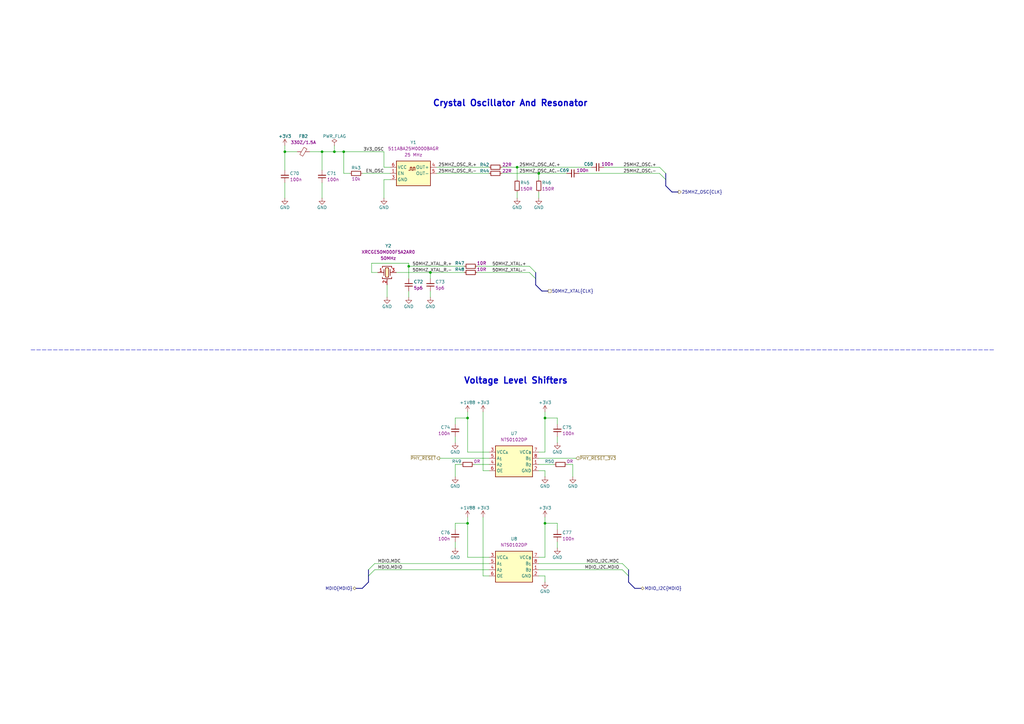
<source format=kicad_sch>
(kicad_sch (version 20250114) (generator "eeschema") (generator_version "9.0")
  (paper "A3")
  (title_block (title "10GbE Expansion") (date "2025-11-07") (rev "1.0.0") (company "Antmicro Ltd") (comment 1 "www.antmicro.com"))
  (lib_symbols
    (symbol "antmicroCapacitors0402:C_100n_16V_X7R_0402" (pin_numbers (hide yes)) (pin_names (hide yes))
      (property "Reference" "C" (at 15.24 -5.08 0))
      (property "Val" "100n" (at 15.24 -7.62 0))
      (symbol "C_100n_16V_X7R_0402_0_1"
        (polyline (pts (xy 2.032 -1.524) (xy 2.032 1.524)) (stroke (width 0.3048)))
        (polyline (pts (xy 3.048 -1.524) (xy 3.048 1.524)) (stroke (width 0.3302)))
      )
      (symbol "C_100n_16V_X7R_0402_1_1"
        (pin passive line (at 0 0 0) (length 2.032) (name "~") (number "1"))
        (pin passive line (at 5.08 0 180) (length 2.032) (name "~") (number "2"))
      )
    )
    (symbol "antmicroCapacitors0402:C_5p6_0402" (pin_numbers (hide yes)) (pin_names (hide yes))
      (property "Reference" "C" (at 20.32 -5.08 0))
      (property "Val" "5p6" (at 20.32 -7.62 0))
      (symbol "C_5p6_0402_0_1"
        (polyline (pts (xy 2.032 -1.524) (xy 2.032 1.524)) (stroke (width 0.3048)))
        (polyline (pts (xy 3.048 -1.524) (xy 3.048 1.524)) (stroke (width 0.3302)))
      )
      (symbol "C_5p6_0402_1_1"
        (pin passive line (at 0 0 0) (length 2.032) (name "~") (number "1"))
        (pin passive line (at 5.08 0 180) (length 2.032) (name "~") (number "2"))
      )
    )
    (symbol "antmicroFerriteBeadsandChips:FB_330Z_1.5A_Murata-BLM21PG_0805" (pin_numbers (hide yes)) (pin_names (hide yes))
      (property "Reference" "FB" (at 13.97 0 0))
      (property "Val" "330Z/1.5A" (at 13.97 -5.08 0))
      (symbol "FB_330Z_1.5A_Murata-BLM21PG_0805_0_1"
        (polyline (pts (xy 1.651 0) (xy 1.2446 0)))
        (polyline (pts (xy 2.2606 -1.8288) (xy 1.0414 -1.1176) (xy 2.7432 1.8288) (xy 3.9624 1.1176) (xy 2.2606 -1.8288)))
        (polyline (pts (xy 3.81 0) (xy 3.3274 0)))
      )
      (symbol "FB_330Z_1.5A_Murata-BLM21PG_0805_1_1"
        (pin passive line (at 0 0 0) (length 1.27) (name "~") (number "1"))
        (pin passive line (at 5.08 0 180) (length 1.27) (name "~") (number "2"))
      )
    )
    (symbol "antmicroLogicTranslatorsLevelShifters:NTS0102_TSSOP"
      (property "Reference" "U" (at 35.56 -3.81 0))
      (property "MPN" "NTS0102DP" (at 35.56 -13.97 0))
      (symbol "NTS0102_TSSOP_1_1"
        (rectangle (start 2.54 2.54) (end 17.78 -10.16) (stroke (width 0.254)) (fill (type background)))
        (pin power_in line (at 0 0 0) (length 2.54) (name "VCC_{A}") (number "3"))
        (pin bidirectional line (at 0 -2.54 0) (length 2.54) (name "A_{1}") (number "5"))
        (pin bidirectional line (at 0 -5.08 0) (length 2.54) (name "A_{2}") (number "4"))
        (pin input line (at 0 -7.62 0) (length 2.54) (name "OE") (number "6"))
        (pin power_in line (at 20.32 0 180) (length 2.54) (name "VCC_{B}") (number "7"))
        (pin bidirectional line (at 20.32 -2.54 180) (length 2.54) (name "B_{1}") (number "8"))
        (pin bidirectional line (at 20.32 -5.08 180) (length 2.54) (name "B_{2}") (number "1"))
        (pin power_in line (at 20.32 -7.62 180) (length 2.54) (name "GND") (number "2"))
      )
    )
    (symbol "antmicroOscillators:Oscillator_25MHz_511ABA25M0000BAGR"
      (property "Reference" "Y" (at 28.575 -1.905 0))
      (property "MPN" "511ABA25M0000BAGR" (at 28.575 -6.985 0))
      (property "Val" "25 MHz" (at 28.575 -9.525 0))
      (symbol "Oscillator_25MHz_511ABA25M0000BAGR_1_1"
        (rectangle (start 2.54 2.54) (end 16.51 -7.62) (stroke (width 0.254)) (fill (type background)))
        (polyline (pts (xy 7.62 -1.27) (xy 8.255 -1.27) (xy 8.255 0) (xy 8.89 0) (xy 8.89 -1.27) (xy 9.525 -1.27) (xy 9.525 0) (xy 10.16 0) (xy 10.16 -1.27)) (stroke (width 0.254)) (fill (type background)))
        (pin power_in line (at 0 0 0) (length 2.54) (name "VCC") (number "6"))
        (pin input line (at 0 -2.54 0) (length 2.54) (name "EN") (number "1"))
        (pin power_in line (at 0 -5.08 0) (length 2.54) (name "GND") (number "3"))
        (pin no_connect line (at 16.51 -5.08 180) (length 2.54) (hide yes) (name "NC") (number "2"))
        (pin output line (at 19.05 0 180) (length 2.54) (name "OUT+") (number "4"))
        (pin output line (at 19.05 -2.54 180) (length 2.54) (name "OUT-") (number "5"))
      )
    )
    (symbol "antmicroResistors0402:R_0R_0402" (pin_numbers (hide yes)) (pin_names (hide yes))
      (property "Reference" "R" (at 20.32 -5.08 0))
      (property "Val" "0R" (at 20.32 -7.62 0))
      (symbol "R_0R_0402_0_1"
        (rectangle (start 0.635 0.889) (end 4.445 -0.889) (stroke (width 0.254)))
      )
      (symbol "R_0R_0402_1_1"
        (pin passive line (at 0 0 0) (length 0.635) (name "~") (number "1"))
        (pin passive line (at 5.08 0 180) (length 0.635) (name "~") (number "2"))
      )
    )
    (symbol "antmicroResistors0402:R_10R_0402" (pin_numbers (hide yes)) (pin_names (hide yes))
      (property "Reference" "R" (at 20.32 -5.08 0))
      (property "Val" "10R" (at 20.32 -7.62 0))
      (symbol "R_10R_0402_0_1"
        (rectangle (start 0.635 0.889) (end 4.445 -0.889) (stroke (width 0.254)))
      )
      (symbol "R_10R_0402_1_1"
        (pin passive line (at 0 0 0) (length 0.635) (name "~") (number "1"))
        (pin passive line (at 5.08 0 180) (length 0.635) (name "~") (number "2"))
      )
    )
    (symbol "antmicroResistors0402:R_10k_0402" (pin_numbers (hide yes)) (pin_names (hide yes))
      (property "Reference" "R" (at 20.32 -5.08 0))
      (property "Val" "10k" (at 20.32 -7.62 0))
      (symbol "R_10k_0402_0_1"
        (rectangle (start 0.635 0.889) (end 4.445 -0.889) (stroke (width 0.254)))
      )
      (symbol "R_10k_0402_1_1"
        (pin passive line (at 0 0 0) (length 0.635) (name "~") (number "1"))
        (pin passive line (at 5.08 0 180) (length 0.635) (name "~") (number "2"))
      )
    )
    (symbol "antmicroResistors0402:R_150R_0402" (pin_numbers (hide yes)) (pin_names (hide yes))
      (property "Reference" "R" (at 20.32 -5.08 0))
      (property "Val" "150R" (at 20.32 -7.62 0))
      (symbol "R_150R_0402_0_1"
        (rectangle (start 0.635 0.889) (end 4.445 -0.889) (stroke (width 0.254)))
      )
      (symbol "R_150R_0402_1_1"
        (pin passive line (at 0 0 0) (length 0.635) (name "~") (number "1"))
        (pin passive line (at 5.08 0 180) (length 0.635) (name "~") (number "2"))
      )
    )
    (symbol "antmicroResistors0402:R_22R_0402" (pin_numbers (hide yes)) (pin_names (hide yes))
      (property "Reference" "R" (at 20.32 -5.08 0))
      (property "Val" "22R" (at 20.32 -7.62 0))
      (symbol "R_22R_0402_0_1"
        (rectangle (start 0.635 0.889) (end 4.445 -0.889) (stroke (width 0.254)))
      )
      (symbol "R_22R_0402_1_1"
        (pin passive line (at 0 0 0) (length 0.635) (name "~") (number "1"))
        (pin passive line (at 5.08 0 180) (length 0.635) (name "~") (number "2"))
      )
    )
    (symbol "antmicroResonators:Resonator_50MHz_XRCGE" (pin_names (hide yes))
      (property "Reference" "Y" (at 22.86 -2.54 0))
      (property "MPN" "XRCGE50M000F5A2AR0" (at 22.86 -22.86 0))
      (property "Val" "50MHz" (at 22.86 -5.08 0))
      (symbol "Resonator_50MHz_XRCGE_1_1"
        (polyline (pts (xy 1.905 1.905) (xy 1.905 2.54) (xy 5.715 2.54) (xy 5.715 1.905)) (stroke (width 0.254)))
        (polyline (pts (xy 1.905 -1.905) (xy 1.905 -2.54) (xy 5.715 -2.54) (xy 5.715 -1.905)) (stroke (width 0.254)))
        (polyline (pts (xy 2.54 1.27) (xy 2.54 -1.27)) (stroke (width 0.254)) (fill (type background)))
        (rectangle (start 3.175 1.905) (end 4.445 -1.905) (stroke (width 0.254)) (fill (type background)))
        (polyline (pts (xy 5.08 1.27) (xy 5.08 -1.27)) (stroke (width 0.254)) (fill (type background)))
        (pin passive line (at 0 0 0) (length 2.54) (name "~") (number "1"))
        (pin passive line (at 3.81 -5.08 90) (length 2.54) (name "SH") (number "2"))
        (pin passive line (at 3.81 -5.08 90) (length 2.54) (hide yes) (name "SH") (number "4"))
        (pin passive line (at 7.62 0 180) (length 2.54) (name "~") (number "3"))
      )
    )
    (symbol "antmicropower:+1V8" (power) (pin_numbers (hide yes)) (pin_names (hide yes))
      (property "Value" "+1V8" (at -3.175 2.54 0))
      (symbol "+1V8_1_1"
        (polyline (pts (xy -0.762 1.27) (xy 0 2.54)) (fill (type background)))
        (polyline (pts (xy 0 2.54) (xy 0.762 1.27)) (fill (type background)))
        (polyline (pts (xy 0 0) (xy 0 2.54)) (fill (type background)))
        (pin power_in line (at 0 0 90) (length 0) (hide yes) (name "+1V8") (number "1"))
      )
    )
    (symbol "antmicropower:+3V3" (power) (pin_numbers (hide yes)) (pin_names (hide yes))
      (property "Value" "+3V3" (at -3.175 2.54 0))
      (symbol "+3V3_0_1"
        (polyline (pts (xy 0 2.54) (xy -0.762 1.27)))
        (polyline (pts (xy 0 2.54) (xy 0.762 1.27)))
        (polyline (pts (xy 0 0) (xy 0 2.54)))
      )
      (symbol "+3V3_1_1"
        (pin power_in line (at 0 0 90) (length 0) (hide yes) (name "+3V3") (number "1"))
      )
    )
    (symbol "antmicropower:GND" (power) (pin_numbers (hide yes)) (pin_names (hide yes))
      (property "Value" "GND" (at 8.89 -5.08 0))
      (symbol "GND_1_1"
        (polyline (pts (xy 0 0) (xy 0 -1.27) (xy 1.27 -1.27) (xy 0 -2.54) (xy -1.27 -1.27) (xy 0 -1.27)))
        (pin power_in line (at 0 0 270) (length 0) (name "GND") (number "1"))
      )
    )
    (symbol "antmicropower:PWR_FLAG" (power) (pin_numbers (hide yes)) (pin_names (offset 0) (hide yes))
      (property "Value" "PWR_FLAG" (at 0 3.81 0))
      (symbol "PWR_FLAG_0_0"
        (pin power_out line (at 0 0 90) (length 0) (name "pwr") (number "1"))
      )
      (symbol "PWR_FLAG_0_1"
        (polyline (pts (xy 0 0) (xy 0 1.27) (xy -1.016 1.905) (xy 0 2.54) (xy 1.016 1.905) (xy 0 1.27)))
      )
    )
  )
  (text "Crystal Oscillator And Resonator" (at 209.296 42.418 0) (effects (font (size 2.54 2.54) (thickness 0.508) (bold yes))))
  (text "Voltage Level Shifters" (at 211.582 156.21 0) (effects (font (size 2.54 2.54) (thickness 0.508) (bold yes))))
  (junction (at 176.53 111.76))
  (junction (at 191.77 214.63))
  (junction (at 140.97 62.23))
  (junction (at 212.09 68.58))
  (junction (at 137.16 62.23))
  (junction (at 223.52 214.63))
  (junction (at 132.08 62.23))
  (junction (at 223.52 171.45))
  (junction (at 116.84 62.23))
  (junction (at 167.64 109.22))
  (junction (at 191.77 171.45))
  (junction (at 220.98 71.12))
  (bus_entry (at 219.71 114.3) (size -2.54 -2.54))
  (bus_entry (at 257.81 236.22) (size -2.54 -2.54))
  (bus_entry (at 151.13 236.22) (size 2.54 -2.54))
  (bus_entry (at 151.13 233.68) (size 2.54 -2.54))
  (bus_entry (at 273.05 73.66) (size -2.54 -2.54))
  (bus_entry (at 219.71 111.76) (size -2.54 -2.54))
  (bus_entry (at 273.05 71.12) (size -2.54 -2.54))
  (bus_entry (at 257.81 233.68) (size -2.54 -2.54))
  (bus (pts (xy 219.71 111.76) (xy 219.71 114.3)))
  (wire (pts (xy 167.64 109.22) (xy 190.5 109.22)))
  (wire (pts (xy 200.66 190.5) (xy 194.31 190.5)))
  (wire (pts (xy 127 62.23) (xy 132.08 62.23)))
  (wire (pts (xy 223.52 228.6) (xy 220.98 228.6)))
  (wire (pts (xy 143.51 71.12) (xy 140.97 71.12)))
  (bus (pts (xy 257.81 236.22) (xy 257.81 238.76)))
  (wire (pts (xy 132.08 62.23) (xy 132.08 69.85)))
  (wire (pts (xy 212.09 68.58) (xy 242.57 68.58)))
  (wire (pts (xy 186.69 222.25) (xy 186.69 224.79)))
  (wire (pts (xy 176.53 119.38) (xy 176.53 121.92)))
  (wire (pts (xy 160.02 68.58) (xy 157.48 68.58)))
  (wire (pts (xy 152.4 111.76) (xy 154.94 111.76)))
  (wire (pts (xy 236.22 187.96) (xy 220.98 187.96)))
  (wire (pts (xy 223.52 193.04) (xy 223.52 195.58)))
  (wire (pts (xy 200.66 236.22) (xy 198.12 236.22)))
  (wire (pts (xy 228.6 222.25) (xy 228.6 224.79)))
  (wire (pts (xy 234.95 190.5) (xy 234.95 195.58)))
  (wire (pts (xy 116.84 62.23) (xy 121.92 62.23)))
  (wire (pts (xy 220.98 190.5) (xy 227.33 190.5)))
  (wire (pts (xy 220.98 236.22) (xy 223.52 236.22)))
  (wire (pts (xy 255.27 231.14) (xy 220.98 231.14)))
  (wire (pts (xy 176.53 111.76) (xy 190.5 111.76)))
  (wire (pts (xy 160.02 73.66) (xy 157.48 73.66)))
  (bus (pts (xy 224.79 119.38) (xy 222.25 119.38)))
  (wire (pts (xy 228.6 214.63) (xy 228.6 217.17)))
  (polyline (pts (xy 12.7 143.51) (xy 407.67 143.51)) (stroke (width 0) (type dash)))
  (bus (pts (xy 262.89 241.3) (xy 260.35 241.3)))
  (wire (pts (xy 152.4 107.95) (xy 167.64 107.95)))
  (wire (pts (xy 137.16 59.69) (xy 137.16 62.23)))
  (wire (pts (xy 140.97 62.23) (xy 140.97 71.12)))
  (wire (pts (xy 167.64 109.22) (xy 167.64 114.3)))
  (wire (pts (xy 186.69 190.5) (xy 186.69 195.58)))
  (wire (pts (xy 223.52 168.91) (xy 223.52 171.45)))
  (wire (pts (xy 158.75 116.84) (xy 158.75 121.92)))
  (wire (pts (xy 191.77 214.63) (xy 191.77 228.6)))
  (wire (pts (xy 157.48 62.23) (xy 140.97 62.23)))
  (bus (pts (xy 151.13 233.68) (xy 151.13 236.22)))
  (wire (pts (xy 186.69 214.63) (xy 186.69 217.17)))
  (wire (pts (xy 223.52 171.45) (xy 223.52 185.42)))
  (wire (pts (xy 180.34 187.96) (xy 200.66 187.96)))
  (wire (pts (xy 132.08 74.93) (xy 132.08 81.28)))
  (wire (pts (xy 191.77 212.09) (xy 191.77 214.63)))
  (wire (pts (xy 186.69 171.45) (xy 191.77 171.45)))
  (wire (pts (xy 223.52 236.22) (xy 223.52 238.76)))
  (wire (pts (xy 191.77 185.42) (xy 200.66 185.42)))
  (wire (pts (xy 189.23 190.5) (xy 186.69 190.5)))
  (wire (pts (xy 132.08 62.23) (xy 137.16 62.23)))
  (bus (pts (xy 222.25 119.38) (xy 219.71 116.84)))
  (wire (pts (xy 247.65 68.58) (xy 270.51 68.58)))
  (wire (pts (xy 223.52 185.42) (xy 220.98 185.42)))
  (wire (pts (xy 116.84 74.93) (xy 116.84 81.28)))
  (bus (pts (xy 219.71 114.3) (xy 219.71 116.84)))
  (wire (pts (xy 212.09 81.28) (xy 212.09 78.74)))
  (wire (pts (xy 157.48 68.58) (xy 157.48 62.23)))
  (bus (pts (xy 275.59 78.74) (xy 273.05 76.2)))
  (bus (pts (xy 146.05 241.3) (xy 148.59 241.3)))
  (wire (pts (xy 116.84 59.69) (xy 116.84 62.23)))
  (wire (pts (xy 195.58 111.76) (xy 217.17 111.76)))
  (wire (pts (xy 157.48 73.66) (xy 157.48 81.28)))
  (wire (pts (xy 200.66 193.04) (xy 198.12 193.04)))
  (wire (pts (xy 212.09 73.66) (xy 212.09 68.58)))
  (wire (pts (xy 116.84 69.85) (xy 116.84 62.23)))
  (wire (pts (xy 186.69 179.07) (xy 186.69 181.61)))
  (wire (pts (xy 137.16 62.23) (xy 140.97 62.23)))
  (wire (pts (xy 223.52 214.63) (xy 223.52 228.6)))
  (bus (pts (xy 278.13 78.74) (xy 275.59 78.74)))
  (wire (pts (xy 198.12 168.91) (xy 198.12 193.04)))
  (wire (pts (xy 176.53 111.76) (xy 176.53 114.3)))
  (wire (pts (xy 153.67 231.14) (xy 200.66 231.14)))
  (wire (pts (xy 220.98 78.74) (xy 220.98 81.28)))
  (wire (pts (xy 179.07 68.58) (xy 200.66 68.58)))
  (wire (pts (xy 198.12 212.09) (xy 198.12 236.22)))
  (wire (pts (xy 167.64 119.38) (xy 167.64 121.92)))
  (wire (pts (xy 255.27 233.68) (xy 220.98 233.68)))
  (wire (pts (xy 186.69 214.63) (xy 191.77 214.63)))
  (bus (pts (xy 273.05 71.12) (xy 273.05 73.66)))
  (bus (pts (xy 257.81 233.68) (xy 257.81 236.22)))
  (wire (pts (xy 160.02 71.12) (xy 148.59 71.12)))
  (wire (pts (xy 228.6 171.45) (xy 228.6 173.99)))
  (bus (pts (xy 260.35 241.3) (xy 257.81 238.76)))
  (wire (pts (xy 232.41 190.5) (xy 234.95 190.5)))
  (wire (pts (xy 228.6 179.07) (xy 228.6 181.61)))
  (wire (pts (xy 220.98 71.12) (xy 220.98 73.66)))
  (bus (pts (xy 273.05 73.66) (xy 273.05 76.2)))
  (wire (pts (xy 223.52 214.63) (xy 228.6 214.63)))
  (wire (pts (xy 220.98 193.04) (xy 223.52 193.04)))
  (bus (pts (xy 148.59 241.3) (xy 151.13 238.76)))
  (wire (pts (xy 191.77 168.91) (xy 191.77 171.45)))
  (wire (pts (xy 223.52 171.45) (xy 228.6 171.45)))
  (wire (pts (xy 179.07 71.12) (xy 200.66 71.12)))
  (wire (pts (xy 162.56 111.76) (xy 176.53 111.76)))
  (wire (pts (xy 237.49 71.12) (xy 270.51 71.12)))
  (wire (pts (xy 153.67 233.68) (xy 200.66 233.68)))
  (wire (pts (xy 220.98 71.12) (xy 232.41 71.12)))
  (wire (pts (xy 195.58 109.22) (xy 217.17 109.22)))
  (wire (pts (xy 205.74 68.58) (xy 212.09 68.58)))
  (bus (pts (xy 151.13 236.22) (xy 151.13 238.76)))
  (wire (pts (xy 191.77 228.6) (xy 200.66 228.6)))
  (wire (pts (xy 152.4 111.76) (xy 152.4 107.95)))
  (wire (pts (xy 167.64 107.95) (xy 167.64 109.22)))
  (wire (pts (xy 186.69 171.45) (xy 186.69 173.99)))
  (wire (pts (xy 223.52 212.09) (xy 223.52 214.63)))
  (wire (pts (xy 205.74 71.12) (xy 220.98 71.12)))
  (wire (pts (xy 191.77 171.45) (xy 191.77 185.42)))
  (label "25MHZ_OSC_R.+" (at 195.58 68.58 180))
  (label "25MHZ_OSC.-" (at 269.24 71.12 180))
  (label "50MHZ_XTAL_R.+" (at 185.42 109.22 180))
  (label "50MHZ_XTAL.-" (at 215.9 111.76 180))
  (label "MDIO.MDC" (at 154.94 231.14 0))
  (label "25MHZ_OSC_AC.-" (at 229.87 71.12 180))
  (label "EN_OSC" (at 157.48 71.12 180))
  (label "MDIO.MDIO" (at 154.94 233.68 0))
  (label "3V3_OSC" (at 157.48 62.23 180))
  (label "50MHZ_XTAL_R.-" (at 185.42 111.76 180))
  (label "MDIO_I2C.MDC" (at 254 231.14 180))
  (label "MDIO_I2C.MDIO" (at 254 233.68 180))
  (label "25MHZ_OSC.+" (at 269.24 68.58 180))
  (label "25MHZ_OSC_R.-" (at 195.58 71.12 180))
  (label "50MHZ_XTAL.+" (at 215.9 109.22 180))
  (label "25MHZ_OSC_AC.+" (at 229.87 68.58 180))
  (hierarchical_label "~{PHY_RESET_3V3}" (shape input) (at 236.22 187.96 0))
  (hierarchical_label "MDIO{MDIO}" (shape bidirectional) (at 146.05 241.3 180))
  (hierarchical_label "50MHZ_XTAL{CLK}" (shape passive) (at 224.79 119.38 0))
  (hierarchical_label "25MHZ_OSC{CLK}" (shape output) (at 278.13 78.74 0))
  (hierarchical_label "~{PHY_RESET}" (shape output) (at 180.34 187.96 180))
  (hierarchical_label "MDIO_I2C{MDIO}" (shape bidirectional) (at 262.89 241.3 0))
  (symbol (lib_id "antmicroCapacitors0402:C_100n_16V_X7R_0402") (at 132.08 74.93 90) (unit 1)
    (property "Reference" "C71" (at 134.112 71.12 90) (effects (justify right)))
    (property "Value" "C_100n_16V_X7R_0402" (effects (hide yes)))
    (property "Footprint" "antmicro-footprints:C_0402_1005Metric" (effects (hide yes)))
    (property "Datasheet" "https://www.kemet.com/en/us/capacitors/product/C0402C104J4RAC7411.html" (effects (hide yes)))
    (property "Description" "SMD Multilayer Ceramic Capacitor, 100nF, 50V, 0402, ±5%, X7R" (effects (hide yes)))
    (property "MPN" "C0402C104J4RAC7411" (effects (hide yes)))
    (property "Val" "100n" (at 134.112 73.66 90) (effects (justify right)))
    (property "Voltage" "16V" (effects (hide yes)))
    (property "Dielectric" "X7R" (effects (hide yes)))
    (property "Manufacturer" "KEMET" (effects (hide yes)))
    (property "License" "Apache-2.0" (effects (hide yes)))
    (property "Author" "Antmicro" (effects (hide yes)))
  )
  (symbol (lib_id "antmicroResistors0402:R_150R_0402") (at 220.98 78.74 90) (unit 1)
    (property "Reference" "R46" (at 222.25 74.93 90) (effects (justify right)))
    (property "Value" "R_150R_0402" (effects (hide yes)))
    (property "Footprint" "antmicro-footprints:R_0402_1005Metric" (effects (hide yes)))
    (property "Datasheet" "https://www.bourns.com/docs/product-datasheets/cr.pdf" (effects (hide yes)))
    (property "Description" "SMD Chip Resistor, 150 ohm, ± 1%, 62.5 mW, 0402 [1005 Metric], Thick Film, General Purpose" (effects (hide yes)))
    (property "MPN" "CR0402-FX-1500GLF" (effects (hide yes)))
    (property "Manufacturer" "Bourns" (effects (hide yes)))
    (property "License" "Apache-2.0" (effects (hide yes)))
    (property "Author" "Antmicro" (effects (hide yes)))
    (property "Val" "150R" (at 222.25 77.47 90) (effects (justify right)))
    (property "Tolerance" "1%" (effects (hide yes)))
  )
  (symbol (lib_id "antmicroResistors0402:R_10R_0402") (at 190.5 111.76 0) (unit 1)
    (property "Reference" "R48" (at 190.5 110.49 0) (effects (justify right)))
    (property "Value" "R_10R_0402" (effects (hide yes)))
    (property "Footprint" "antmicro-footprints:R_0402_1005Metric" (effects (hide yes)))
    (property "Datasheet" "https://www.bourns.com/docs/product-datasheets/cr.pdf" (effects (hide yes)))
    (property "Description" "SMD Chip Resistor, 10 ohm, ± 1%, 62.5 mW, 0402 [1005 Metric], Thick Film, General Purpose" (effects (hide yes)))
    (property "MPN" "CR0402-FX-10R0GLF" (effects (hide yes)))
    (property "Manufacturer" "Bourns" (effects (hide yes)))
    (property "License" "Apache-2.0" (effects (hide yes)))
    (property "Author" "Antmicro" (effects (hide yes)))
    (property "Val" "10R" (at 195.58 110.49 0) (effects (justify left)))
    (property "Tolerance" "1%" (effects (hide yes)))
  )
  (symbol (lib_id "antmicroCapacitors0402:C_100n_16V_X7R_0402") (at 247.65 68.58 180) (unit 1)
    (property "Reference" "C68" (at 243.332 67.31 0) (effects (justify left)))
    (property "Value" "C_100n_16V_X7R_0402" (effects (hide yes)))
    (property "Footprint" "antmicro-footprints:C_0402_1005Metric" (effects (hide yes)))
    (property "Datasheet" "https://www.kemet.com/en/us/capacitors/product/C0402C104J4RAC7411.html" (effects (hide yes)))
    (property "Description" "SMD Multilayer Ceramic Capacitor, 100nF, 50V, 0402, ±5%, X7R" (effects (hide yes)))
    (property "MPN" "C0402C104J4RAC7411" (effects (hide yes)))
    (property "Val" "100n" (at 246.634 67.31 0) (effects (justify right)))
    (property "Voltage" "16V" (effects (hide yes)))
    (property "Dielectric" "X7R" (effects (hide yes)))
    (property "Manufacturer" "KEMET" (effects (hide yes)))
    (property "License" "Apache-2.0" (effects (hide yes)))
    (property "Author" "Antmicro" (effects (hide yes)))
  )
  (symbol (lib_id "antmicropower:GND") (at 157.48 81.28 0) (unit 1)
    (property "Reference" "#PWR092" (effects (hide yes)))
    (property "Value" "GND" (at 157.48 85.09 0))
    (property "Author" "Antmicro" (effects (hide yes)))
    (property "License" "Apache-2.0" (effects (hide yes)))
  )
  (symbol (lib_id "antmicropower:GND") (at 228.6 224.79 0) (unit 1)
    (property "Reference" "#PWR0110" (effects (hide yes)))
    (property "Value" "GND" (at 228.6 228.6 0))
    (property "Author" "Antmicro" (effects (hide yes)))
    (property "License" "Apache-2.0" (effects (hide yes)))
  )
  (symbol (lib_id "antmicropower:+3V3") (at 198.12 212.09 0) (unit 1)
    (property "Reference" "#PWR0107" (effects (hide yes)))
    (property "Value" "+3V3" (at 198.12 208.28 0))
    (property "Author" "Antmicro" (effects (hide yes)))
    (property "License" "Apache-2.0" (effects (hide yes)))
  )
  (symbol (lib_id "antmicropower:GND") (at 167.64 121.92 0) (unit 1)
    (property "Reference" "#PWR096" (effects (hide yes)))
    (property "Value" "GND" (at 167.64 125.73 0))
    (property "Author" "Antmicro" (effects (hide yes)))
    (property "License" "Apache-2.0" (effects (hide yes)))
  )
  (symbol (lib_id "antmicroResistors0402:R_10R_0402") (at 190.5 109.22 0) (unit 1)
    (property "Reference" "R47" (at 190.5 107.95 0) (effects (justify right)))
    (property "Value" "R_10R_0402" (effects (hide yes)))
    (property "Footprint" "antmicro-footprints:R_0402_1005Metric" (effects (hide yes)))
    (property "Datasheet" "https://www.bourns.com/docs/product-datasheets/cr.pdf" (effects (hide yes)))
    (property "Description" "SMD Chip Resistor, 10 ohm, ± 1%, 62.5 mW, 0402 [1005 Metric], Thick Film, General Purpose" (effects (hide yes)))
    (property "MPN" "CR0402-FX-10R0GLF" (effects (hide yes)))
    (property "Manufacturer" "Bourns" (effects (hide yes)))
    (property "License" "Apache-2.0" (effects (hide yes)))
    (property "Author" "Antmicro" (effects (hide yes)))
    (property "Val" "10R" (at 195.58 107.95 0) (effects (justify left)))
    (property "Tolerance" "1%" (effects (hide yes)))
  )
  (symbol (lib_id "antmicropower:GND") (at 186.69 181.61 0) (unit 1)
    (property "Reference" "#PWR0101" (effects (hide yes)))
    (property "Value" "GND" (at 186.69 185.42 0))
    (property "Author" "Antmicro" (effects (hide yes)))
    (property "License" "Apache-2.0" (effects (hide yes)))
  )
  (symbol (lib_id "antmicroResistors0402:R_0R_0402") (at 189.23 190.5 0) (unit 1)
    (property "Reference" "R49" (at 189.23 189.23 0) (effects (justify right)))
    (property "Value" "R_0R_0402" (effects (hide yes)))
    (property "Footprint" "antmicro-footprints:R_0402_1005Metric" (effects (hide yes)))
    (property "Datasheet" "https://industrial.panasonic.com/cdbs/www-data/pdf/RDA0000/AOA0000C301.pdf" (effects (hide yes)))
    (property "Description" "SMD Chip Resistor, Jumper, 0 ohm, 100 mW, 0402 [1005 Metric], Thick Film, General Purpose" (effects (hide yes)))
    (property "MPN" "ERJ2GE0R00X" (effects (hide yes)))
    (property "Manufacturer" "Panasonic" (effects (hide yes)))
    (property "License" "Apache-2.0" (effects (hide yes)))
    (property "Author" "Antmicro" (effects (hide yes)))
    (property "Val" "0R" (at 194.31 189.23 0) (effects (justify left)))
    (property "Current" "1A" (effects (hide yes)))
  )
  (symbol (lib_id "antmicropower:+3V3") (at 198.12 168.91 0) (unit 1)
    (property "Reference" "#PWR099" (effects (hide yes)))
    (property "Value" "+3V3" (at 198.12 165.1 0))
    (property "Author" "Antmicro" (effects (hide yes)))
    (property "License" "Apache-2.0" (effects (hide yes)))
  )
  (symbol (lib_id "antmicroCapacitors0402:C_5p6_0402") (at 167.64 119.38 90) (unit 1)
    (property "Reference" "C72" (at 169.672 115.57 90) (effects (justify right)))
    (property "Value" "C_5p6_0402" (effects (hide yes)))
    (property "Footprint" "antmicro-footprints:C_0402_1005Metric" (effects (hide yes)))
    (property "Datasheet" "https://product.tdk.com/en/search/capacitor/ceramic/mlcc/info?part_no=C1005C0G1H020B050BA" (effects (hide yes)))
    (property "Description" "Multilayer Ceramic Capacitors MLCC - SMD/SMT 0402 50VDC 2pF C0G 0.5mm" (effects (hide yes)))
    (property "MPN" "C1005C0G1H020B050BA" (effects (hide yes)))
    (property "Manufacturer" "TDK" (effects (hide yes)))
    (property "License" "Apache-2.0" (effects (hide yes)))
    (property "Author" "Antmicro" (effects (hide yes)))
    (property "Val" "5p6" (at 169.672 118.11 90) (effects (justify right)))
  )
  (symbol (lib_id "antmicroResistors0402:R_10k_0402") (at 143.51 71.12 0) (unit 1)
    (property "Reference" "R43" (at 146.05 68.834 0))
    (property "Value" "R_10k_0402" (effects (hide yes)))
    (property "Footprint" "antmicro-footprints:R_0402_1005Metric" (effects (hide yes)))
    (property "Datasheet" "https://www.bourns.com/docs/product-datasheets/cr.pdf" (effects (hide yes)))
    (property "Description" "SMD Chip Resistor, 10 kohm, ± 1%, 62.5 mW, 0402 [1005 Metric], Thick Film, General Purpose" (effects (hide yes)))
    (property "MPN" "CR0402-FX-1002GLF" (effects (hide yes)))
    (property "Manufacturer" "Bourns" (effects (hide yes)))
    (property "License" "Apache-2.0" (effects (hide yes)))
    (property "Author" "Antmicro" (effects (hide yes)))
    (property "Val" "10k" (at 146.05 73.406 0))
    (property "Tolerance" "1%" (effects (hide yes)))
  )
  (symbol (lib_id "antmicroCapacitors0402:C_100n_16V_X7R_0402") (at 186.69 222.25 270) (mirror x) (unit 1)
    (property "Reference" "C76" (at 184.658 218.44 90) (effects (justify right)))
    (property "Value" "C_100n_16V_X7R_0402" (effects (hide yes)))
    (property "Footprint" "antmicro-footprints:C_0402_1005Metric" (effects (hide yes)))
    (property "Datasheet" "https://www.kemet.com/en/us/capacitors/product/C0402C104J4RAC7411.html" (effects (hide yes)))
    (property "Description" "SMD Multilayer Ceramic Capacitor, 100nF, 50V, 0402, ±5%, X7R" (effects (hide yes)))
    (property "MPN" "C0402C104J4RAC7411" (effects (hide yes)))
    (property "Val" "100n" (at 184.658 220.98 90) (effects (justify right)))
    (property "Voltage" "16V" (effects (hide yes)))
    (property "Dielectric" "X7R" (effects (hide yes)))
    (property "Manufacturer" "KEMET" (effects (hide yes)))
    (property "License" "Apache-2.0" (effects (hide yes)))
    (property "Author" "Antmicro" (effects (hide yes)))
  )
  (symbol (lib_id "antmicroResistors0402:R_150R_0402") (at 212.09 78.74 90) (unit 1)
    (property "Reference" "R45" (at 213.36 74.93 90) (effects (justify right)))
    (property "Value" "R_150R_0402" (effects (hide yes)))
    (property "Footprint" "antmicro-footprints:R_0402_1005Metric" (effects (hide yes)))
    (property "Datasheet" "https://www.bourns.com/docs/product-datasheets/cr.pdf" (effects (hide yes)))
    (property "Description" "SMD Chip Resistor, 150 ohm, ± 1%, 62.5 mW, 0402 [1005 Metric], Thick Film, General Purpose" (effects (hide yes)))
    (property "MPN" "CR0402-FX-1500GLF" (effects (hide yes)))
    (property "Manufacturer" "Bourns" (effects (hide yes)))
    (property "License" "Apache-2.0" (effects (hide yes)))
    (property "Author" "Antmicro" (effects (hide yes)))
    (property "Val" "150R" (at 213.36 77.47 90) (effects (justify right)))
    (property "Tolerance" "1%" (effects (hide yes)))
  )
  (symbol (lib_id "antmicroLogicTranslatorsLevelShifters:NTS0102_TSSOP") (at 200.66 228.6 0) (unit 1)
    (property "Reference" "U8" (at 210.82 220.98 0))
    (property "Value" "NTS0102_TSSOP" (effects (hide yes)))
    (property "Footprint" "antmicro-footprints:TSSOP-8_3x3mm_P0.65mm" (effects (hide yes)))
    (property "Datasheet" "https://www.mouser.com/datasheet/2/302/NTS0102-1127324.pdf" (effects (hide yes)))
    (property "Description" "Transceiver, 1.65 V to 3.6 V, TSSOP-8" (effects (hide yes)))
    (property "MPN" "NTS0102DP" (at 210.82 223.52 0))
    (property "Manufacturer" "NXP" (effects (hide yes)))
    (property "Author" "Antmicro" (effects (hide yes)))
    (property "License" "Apache-2.0" (effects (hide yes)))
  )
  (symbol (lib_id "antmicropower:GND") (at 176.53 121.92 0) (unit 1)
    (property "Reference" "#PWR097" (effects (hide yes)))
    (property "Value" "GND" (at 176.53 125.73 0))
    (property "Author" "Antmicro" (effects (hide yes)))
    (property "License" "Apache-2.0" (effects (hide yes)))
  )
  (symbol (lib_id "antmicropower:+3V3") (at 223.52 168.91 0) (unit 1)
    (property "Reference" "#PWR0100" (effects (hide yes)))
    (property "Value" "+3V3" (at 223.52 165.1 0))
    (property "Author" "Antmicro" (effects (hide yes)))
    (property "License" "Apache-2.0" (effects (hide yes)))
  )
  (symbol (lib_id "antmicroCapacitors0402:C_100n_16V_X7R_0402") (at 116.84 74.93 90) (unit 1)
    (property "Reference" "C70" (at 118.872 71.12 90) (effects (justify right)))
    (property "Value" "C_100n_16V_X7R_0402" (effects (hide yes)))
    (property "Footprint" "antmicro-footprints:C_0402_1005Metric" (effects (hide yes)))
    (property "Datasheet" "https://www.kemet.com/en/us/capacitors/product/C0402C104J4RAC7411.html" (effects (hide yes)))
    (property "Description" "SMD Multilayer Ceramic Capacitor, 100nF, 50V, 0402, ±5%, X7R" (effects (hide yes)))
    (property "MPN" "C0402C104J4RAC7411" (effects (hide yes)))
    (property "Val" "100n" (at 118.872 73.66 90) (effects (justify right)))
    (property "Voltage" "16V" (effects (hide yes)))
    (property "Dielectric" "X7R" (effects (hide yes)))
    (property "Manufacturer" "KEMET" (effects (hide yes)))
    (property "License" "Apache-2.0" (effects (hide yes)))
    (property "Author" "Antmicro" (effects (hide yes)))
  )
  (symbol (lib_id "antmicropower:GND") (at 228.6 181.61 0) (unit 1)
    (property "Reference" "#PWR0102" (effects (hide yes)))
    (property "Value" "GND" (at 228.6 185.42 0))
    (property "Author" "Antmicro" (effects (hide yes)))
    (property "License" "Apache-2.0" (effects (hide yes)))
  )
  (symbol (lib_id "antmicropower:GND") (at 223.52 238.76 0) (unit 1)
    (property "Reference" "#PWR0111" (effects (hide yes)))
    (property "Value" "GND" (at 223.52 242.57 0))
    (property "Author" "Antmicro" (effects (hide yes)))
    (property "License" "Apache-2.0" (effects (hide yes)))
  )
  (symbol (lib_id "antmicropower:GND") (at 186.69 195.58 0) (unit 1)
    (property "Reference" "#PWR0103" (effects (hide yes)))
    (property "Value" "GND" (at 186.69 199.39 0))
    (property "Author" "Antmicro" (effects (hide yes)))
    (property "License" "Apache-2.0" (effects (hide yes)))
  )
  (symbol (lib_id "antmicropower:GND") (at 234.95 195.58 0) (unit 1)
    (property "Reference" "#PWR0105" (effects (hide yes)))
    (property "Value" "GND" (at 234.95 199.39 0))
    (property "Author" "Antmicro" (effects (hide yes)))
    (property "License" "Apache-2.0" (effects (hide yes)))
  )
  (symbol (lib_id "antmicroResistors0402:R_22R_0402") (at 200.66 68.58 0) (unit 1)
    (property "Reference" "R42" (at 200.66 67.564 0) (effects (justify right)))
    (property "Value" "R_22R_0402" (effects (hide yes)))
    (property "Footprint" "antmicro-footprints:R_0402_1005Metric" (effects (hide yes)))
    (property "Datasheet" "https://www.bourns.com/docs/product-datasheets/cr.pdf" (effects (hide yes)))
    (property "Description" "SMD Chip Resistor, 22 ohm, ± 1%, 62.5 mW, 0402 [1005 Metric], Thick Film, General Purpose" (effects (hide yes)))
    (property "MPN" "CR0402-FX-22R0GLF" (effects (hide yes)))
    (property "Manufacturer" "Bourns" (effects (hide yes)))
    (property "License" "Apache-2.0" (effects (hide yes)))
    (property "Author" "Antmicro" (effects (hide yes)))
    (property "Val" "22R" (at 205.994 67.564 0) (effects (justify left)))
    (property "Tolerance" "1%" (effects (hide yes)))
  )
  (symbol (lib_id "antmicropower:GND") (at 212.09 81.28 0) (unit 1)
    (property "Reference" "#PWR093" (effects (hide yes)))
    (property "Value" "GND" (at 212.09 85.09 0))
    (property "Author" "Antmicro" (effects (hide yes)))
    (property "License" "Apache-2.0" (effects (hide yes)))
  )
  (symbol (lib_id "antmicroFerriteBeadsandChips:FB_330Z_1.5A_Murata-BLM21PG_0805") (at 121.92 62.23 0) (unit 1)
    (property "Reference" "FB2" (at 124.4219 55.88 0))
    (property "Value" "FB_330Z_1.5A_Murata-BLM21PG_0805" (effects (hide yes)))
    (property "Footprint" "antmicro-footprints:FB_0805_2012Metric" (effects (hide yes)))
    (property "Datasheet" "https://www.murata.com/products/productdata/8796738977822/ENFA0005.pdf?1653276712000" (effects (hide yes)))
    (property "Description" "Ferrite Bead, 0805 [2012 Metric], 330 ohm, 1.5 A, BLM21P, 0.07 ohm, ± 25%, DC power line" (effects (hide yes)))
    (property "Val" "330Z/1.5A" (at 124.4219 58.42 0))
    (property "MPN" "BLM21PG331SN1D" (effects (hide yes)))
    (property "Manufacturer" "Murata" (effects (hide yes)))
    (property "Author" "Antmicro" (effects (hide yes)))
    (property "License" "Apache-2.0" (effects (hide yes)))
  )
  (symbol (lib_id "antmicroCapacitors0402:C_5p6_0402") (at 176.53 119.38 90) (unit 1)
    (property "Reference" "C73" (at 178.562 115.57 90) (effects (justify right)))
    (property "Value" "C_5p6_0402" (effects (hide yes)))
    (property "Footprint" "antmicro-footprints:C_0402_1005Metric" (effects (hide yes)))
    (property "Datasheet" "https://product.tdk.com/en/search/capacitor/ceramic/mlcc/info?part_no=C1005C0G1H020B050BA" (effects (hide yes)))
    (property "Description" "Multilayer Ceramic Capacitors MLCC - SMD/SMT 0402 50VDC 2pF C0G 0.5mm" (effects (hide yes)))
    (property "MPN" "C1005C0G1H020B050BA" (effects (hide yes)))
    (property "Manufacturer" "TDK" (effects (hide yes)))
    (property "License" "Apache-2.0" (effects (hide yes)))
    (property "Author" "Antmicro" (effects (hide yes)))
    (property "Val" "5p6" (at 178.562 118.11 90) (effects (justify right)))
  )
  (symbol (lib_id "antmicroResonators:Resonator_50MHz_XRCGE") (at 154.94 111.76 0) (unit 1)
    (property "Reference" "Y2" (at 159.258 100.838 0))
    (property "Value" "Resonator_50MHz_XRCGE" (effects (hide yes)))
    (property "Footprint" "antmicro-footprints:Resonator_SMD_Murata_XRCGB_2x1.6x0.65mm" (effects (hide yes)))
    (property "Datasheet" "https://www.murata.com/products/productdata/8813268205598/SPEC-XRCGE50M000F5A2AR0.pdf" (effects (hide yes)))
    (property "Description" "Crystal, 50 MHz, 2mm x 1.6mm, 50 ppm, 4.7 pF, 50 ppm, XRCGE Series" (effects (hide yes)))
    (property "Manufacturer" "Murata" (effects (hide yes)))
    (property "MPN" "XRCGE50M000F5A2AR0" (at 159.258 103.378 0))
    (property "Val" "50MHz" (at 159.258 105.918 0))
    (property "CLoad" "4.7pF" (effects (hide yes)))
    (property "Author" "Antmicro" (effects (hide yes)))
    (property "License" "Apache-2.0" (effects (hide yes)))
  )
  (symbol (lib_id "antmicroOscillators:Oscillator_25MHz_511ABA25M0000BAGR") (at 160.02 68.58 0) (unit 1)
    (property "Reference" "Y1" (at 169.545 58.42 0))
    (property "Value" "Oscillator_25MHz_511ABA25M0000BAGR" (effects (hide yes)))
    (property "Footprint" "antmicro-footprints:Oscillator_SMD_Skyworks_SI511_5x3.2x1.17mm" (effects (hide yes)))
    (property "Datasheet" "https://www.mouser.com/datasheet/2/472/si510_11-2507765.pdf" (effects (hide yes)))
    (property "Description" "25 MHz XO (Standard) LVPECL Oscillator 3.3V Enable/Disable 6-SMD, No Lead" (effects (hide yes)))
    (property "Manufacturer" "Skyworks Solutions" (effects (hide yes)))
    (property "MPN" "511ABA25M0000BAGR" (at 169.545 60.96 0))
    (property "Val" "25 MHz" (at 169.545 63.5 0))
    (property "Author" "Antmicro" (effects (hide yes)))
    (property "License" "Apache-2.0" (effects (hide yes)))
  )
  (symbol (lib_id "antmicroResistors0402:R_0R_0402") (at 227.33 190.5 0) (unit 1)
    (property "Reference" "R50" (at 227.33 189.23 0) (effects (justify right)))
    (property "Value" "R_0R_0402" (effects (hide yes)))
    (property "Footprint" "antmicro-footprints:R_0402_1005Metric" (effects (hide yes)))
    (property "Datasheet" "https://industrial.panasonic.com/cdbs/www-data/pdf/RDA0000/AOA0000C301.pdf" (effects (hide yes)))
    (property "Description" "SMD Chip Resistor, Jumper, 0 ohm, 100 mW, 0402 [1005 Metric], Thick Film, General Purpose" (effects (hide yes)))
    (property "MPN" "ERJ2GE0R00X" (effects (hide yes)))
    (property "Manufacturer" "Panasonic" (effects (hide yes)))
    (property "License" "Apache-2.0" (effects (hide yes)))
    (property "Author" "Antmicro" (effects (hide yes)))
    (property "Val" "0R" (at 232.41 189.23 0) (effects (justify left)))
    (property "Current" "1A" (effects (hide yes)))
  )
  (symbol (lib_id "antmicroResistors0402:R_22R_0402") (at 200.66 71.12 0) (unit 1)
    (property "Reference" "R44" (at 200.66 70.104 0) (effects (justify right)))
    (property "Value" "R_22R_0402" (effects (hide yes)))
    (property "Footprint" "antmicro-footprints:R_0402_1005Metric" (effects (hide yes)))
    (property "Datasheet" "https://www.bourns.com/docs/product-datasheets/cr.pdf" (effects (hide yes)))
    (property "Description" "SMD Chip Resistor, 22 ohm, ± 1%, 62.5 mW, 0402 [1005 Metric], Thick Film, General Purpose" (effects (hide yes)))
    (property "MPN" "CR0402-FX-22R0GLF" (effects (hide yes)))
    (property "Manufacturer" "Bourns" (effects (hide yes)))
    (property "License" "Apache-2.0" (effects (hide yes)))
    (property "Author" "Antmicro" (effects (hide yes)))
    (property "Val" "22R" (at 205.994 70.104 0) (effects (justify left)))
    (property "Tolerance" "1%" (effects (hide yes)))
  )
  (symbol (lib_id "antmicropower:+1V8") (at 191.77 212.09 0) (unit 1)
    (property "Reference" "#PWR0106" (effects (hide yes)))
    (property "Value" "+1V88" (at 191.77 208.28 0))
    (property "Author" "Antmicro" (effects (hide yes)))
    (property "License" "Apache-2.0" (effects (hide yes)))
  )
  (symbol (lib_id "antmicroLogicTranslatorsLevelShifters:NTS0102_TSSOP") (at 200.66 185.42 0) (unit 1)
    (property "Reference" "U7" (at 210.82 177.8 0))
    (property "Value" "NTS0102_TSSOP" (effects (hide yes)))
    (property "Footprint" "antmicro-footprints:TSSOP-8_3x3mm_P0.65mm" (effects (hide yes)))
    (property "Datasheet" "https://www.mouser.com/datasheet/2/302/NTS0102-1127324.pdf" (effects (hide yes)))
    (property "Description" "Transceiver, 1.65 V to 3.6 V, TSSOP-8" (effects (hide yes)))
    (property "MPN" "NTS0102DP" (at 210.82 180.34 0))
    (property "Manufacturer" "NXP" (effects (hide yes)))
    (property "Author" "Antmicro" (effects (hide yes)))
    (property "License" "Apache-2.0" (effects (hide yes)))
  )
  (symbol (lib_id "antmicroCapacitors0402:C_100n_16V_X7R_0402") (at 237.49 71.12 180) (unit 1)
    (property "Reference" "C69" (at 233.426 69.85 0) (effects (justify left)))
    (property "Value" "C_100n_16V_X7R_0402" (effects (hide yes)))
    (property "Footprint" "antmicro-footprints:C_0402_1005Metric" (effects (hide yes)))
    (property "Datasheet" "https://www.kemet.com/en/us/capacitors/product/C0402C104J4RAC7411.html" (effects (hide yes)))
    (property "Description" "SMD Multilayer Ceramic Capacitor, 100nF, 50V, 0402, ±5%, X7R" (effects (hide yes)))
    (property "MPN" "C0402C104J4RAC7411" (effects (hide yes)))
    (property "Val" "100n" (at 236.474 69.85 0) (effects (justify right)))
    (property "Voltage" "16V" (effects (hide yes)))
    (property "Dielectric" "X7R" (effects (hide yes)))
    (property "Manufacturer" "KEMET" (effects (hide yes)))
    (property "License" "Apache-2.0" (effects (hide yes)))
    (property "Author" "Antmicro" (effects (hide yes)))
  )
  (symbol (lib_id "antmicropower:+1V8") (at 191.77 168.91 0) (unit 1)
    (property "Reference" "#PWR098" (effects (hide yes)))
    (property "Value" "+1V88" (at 191.77 165.1 0))
    (property "Author" "Antmicro" (effects (hide yes)))
    (property "License" "Apache-2.0" (effects (hide yes)))
  )
  (symbol (lib_id "antmicroCapacitors0402:C_100n_16V_X7R_0402") (at 228.6 179.07 90) (unit 1)
    (property "Reference" "C75" (at 230.632 175.26 90) (effects (justify right)))
    (property "Value" "C_100n_16V_X7R_0402" (effects (hide yes)))
    (property "Footprint" "antmicro-footprints:C_0402_1005Metric" (effects (hide yes)))
    (property "Datasheet" "https://www.kemet.com/en/us/capacitors/product/C0402C104J4RAC7411.html" (effects (hide yes)))
    (property "Description" "SMD Multilayer Ceramic Capacitor, 100nF, 50V, 0402, ±5%, X7R" (effects (hide yes)))
    (property "MPN" "C0402C104J4RAC7411" (effects (hide yes)))
    (property "Val" "100n" (at 230.632 177.8 90) (effects (justify right)))
    (property "Voltage" "16V" (effects (hide yes)))
    (property "Dielectric" "X7R" (effects (hide yes)))
    (property "Manufacturer" "KEMET" (effects (hide yes)))
    (property "License" "Apache-2.0" (effects (hide yes)))
    (property "Author" "Antmicro" (effects (hide yes)))
  )
  (symbol (lib_id "antmicropower:+3V3") (at 223.52 212.09 0) (unit 1)
    (property "Reference" "#PWR0108" (effects (hide yes)))
    (property "Value" "+3V3" (at 223.52 208.28 0))
    (property "Author" "Antmicro" (effects (hide yes)))
    (property "License" "Apache-2.0" (effects (hide yes)))
  )
  (symbol (lib_id "antmicropower:GND") (at 132.08 81.28 0) (unit 1)
    (property "Reference" "#PWR091" (effects (hide yes)))
    (property "Value" "GND" (at 132.08 85.09 0))
    (property "Author" "Antmicro" (effects (hide yes)))
    (property "License" "Apache-2.0" (effects (hide yes)))
  )
  (symbol (lib_id "antmicropower:GND") (at 220.98 81.28 0) (unit 1)
    (property "Reference" "#PWR094" (effects (hide yes)))
    (property "Value" "GND" (at 220.98 85.09 0))
    (property "Author" "Antmicro" (effects (hide yes)))
    (property "License" "Apache-2.0" (effects (hide yes)))
  )
  (symbol (lib_id "antmicropower:GND") (at 158.75 121.92 0) (unit 1)
    (property "Reference" "#PWR095" (effects (hide yes)))
    (property "Value" "GND" (at 158.75 125.73 0))
    (property "Author" "Antmicro" (effects (hide yes)))
    (property "License" "Apache-2.0" (effects (hide yes)))
  )
  (symbol (lib_id "antmicropower:PWR_FLAG") (at 137.16 59.69 0) (unit 1)
    (property "Reference" "#FLG011" (effects (hide yes)))
    (property "Value" "PWR_FLAG" (at 137.16 55.88 0))
  )
  (symbol (lib_id "antmicroCapacitors0402:C_100n_16V_X7R_0402") (at 186.69 179.07 270) (mirror x) (unit 1)
    (property "Reference" "C74" (at 184.658 175.26 90) (effects (justify right)))
    (property "Value" "C_100n_16V_X7R_0402" (effects (hide yes)))
    (property "Footprint" "antmicro-footprints:C_0402_1005Metric" (effects (hide yes)))
    (property "Datasheet" "https://www.kemet.com/en/us/capacitors/product/C0402C104J4RAC7411.html" (effects (hide yes)))
    (property "Description" "SMD Multilayer Ceramic Capacitor, 100nF, 50V, 0402, ±5%, X7R" (effects (hide yes)))
    (property "MPN" "C0402C104J4RAC7411" (effects (hide yes)))
    (property "Val" "100n" (at 184.658 177.8 90) (effects (justify right)))
    (property "Voltage" "16V" (effects (hide yes)))
    (property "Dielectric" "X7R" (effects (hide yes)))
    (property "Manufacturer" "KEMET" (effects (hide yes)))
    (property "License" "Apache-2.0" (effects (hide yes)))
    (property "Author" "Antmicro" (effects (hide yes)))
  )
  (symbol (lib_id "antmicropower:GND") (at 223.52 195.58 0) (unit 1)
    (property "Reference" "#PWR0104" (effects (hide yes)))
    (property "Value" "GND" (at 223.52 199.39 0))
    (property "Author" "Antmicro" (effects (hide yes)))
    (property "License" "Apache-2.0" (effects (hide yes)))
  )
  (symbol (lib_id "antmicropower:GND") (at 116.84 81.28 0) (unit 1)
    (property "Reference" "#PWR090" (effects (hide yes)))
    (property "Value" "GND" (at 116.84 85.09 0))
    (property "Author" "Antmicro" (effects (hide yes)))
    (property "License" "Apache-2.0" (effects (hide yes)))
  )
  (symbol (lib_id "antmicropower:GND") (at 186.69 224.79 0) (unit 1)
    (property "Reference" "#PWR0109" (effects (hide yes)))
    (property "Value" "GND" (at 186.69 228.6 0))
    (property "Author" "Antmicro" (effects (hide yes)))
    (property "License" "Apache-2.0" (effects (hide yes)))
  )
  (symbol (lib_id "antmicropower:+3V3") (at 116.84 59.69 0) (unit 1)
    (property "Reference" "#PWR089" (effects (hide yes)))
    (property "Value" "+3V3" (at 116.84 55.88 0))
    (property "Author" "Antmicro" (effects (hide yes)))
    (property "License" "Apache-2.0" (effects (hide yes)))
  )
  (symbol (lib_id "antmicroCapacitors0402:C_100n_16V_X7R_0402") (at 228.6 222.25 90) (unit 1)
    (property "Reference" "C77" (at 230.632 218.44 90) (effects (justify right)))
    (property "Value" "C_100n_16V_X7R_0402" (effects (hide yes)))
    (property "Footprint" "antmicro-footprints:C_0402_1005Metric" (effects (hide yes)))
    (property "Datasheet" "https://www.kemet.com/en/us/capacitors/product/C0402C104J4RAC7411.html" (effects (hide yes)))
    (property "Description" "SMD Multilayer Ceramic Capacitor, 100nF, 50V, 0402, ±5%, X7R" (effects (hide yes)))
    (property "MPN" "C0402C104J4RAC7411" (effects (hide yes)))
    (property "Val" "100n" (at 230.632 220.98 90) (effects (justify right)))
    (property "Voltage" "16V" (effects (hide yes)))
    (property "Dielectric" "X7R" (effects (hide yes)))
    (property "Manufacturer" "KEMET" (effects (hide yes)))
    (property "License" "Apache-2.0" (effects (hide yes)))
    (property "Author" "Antmicro" (effects (hide yes)))
  )
)
</source>
